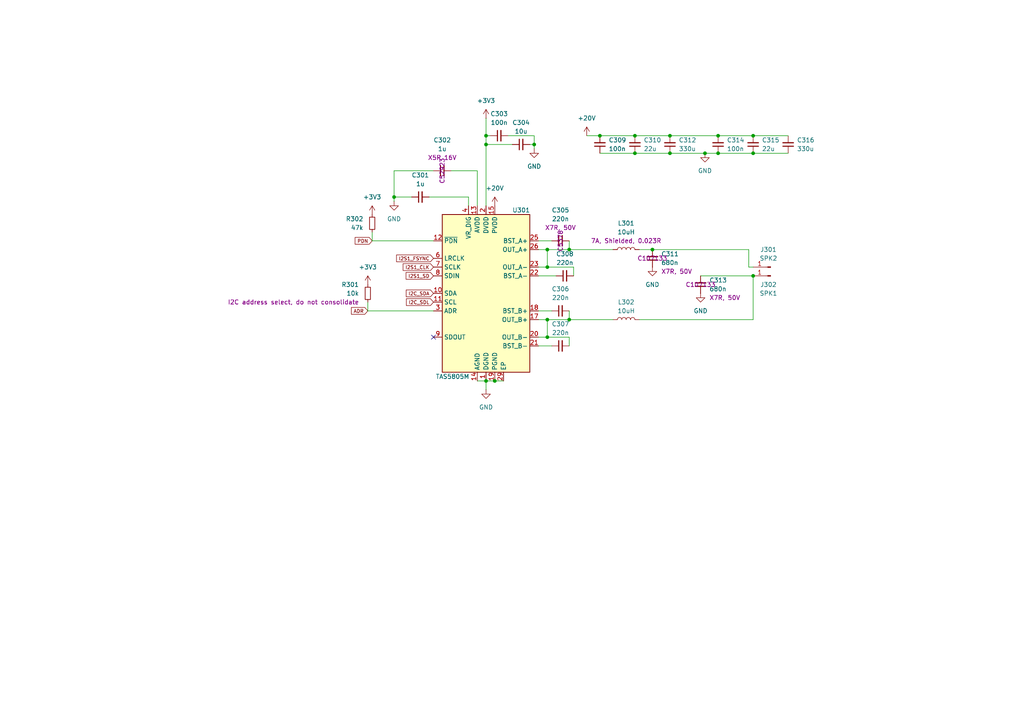
<source format=kicad_sch>
(kicad_sch (version 20231120) (generator "eeschema") (generator_version "8.0")
  (paper "A4")
  (lib_symbols
    (symbol "Amplifier_Audio:TAS5805M"
      (property "Reference" "U" (at -11.43 24.13 0))
      (property "Value" "TAS5805M" (at 13.97 24.13 0))
      (symbol "TAS5805M_0_1"
        (rectangle (start -12.7 22.86) (end 12.7 -22.86) (stroke (width 0.254)) (fill (type background)))
      )
      (symbol "TAS5805M_1_0"
        (pin passive line (at 15.24 5.08 180) (length 2.54) (name "BST_A-") (number "22"))
        (pin output line (at 15.24 7.62 180) (length 2.54) (name "OUT_A-") (number "23"))
        (pin output line (at 15.24 15.24 180) (length 2.54) (name "BST_A+") (number "25"))
        (pin output line (at -15.24 -12.7 0) (length 2.54) (name "SDOUT") (number "9"))
      )
      (symbol "TAS5805M_1_1"
        (pin power_in line (at 0 -25.4 90) (length 2.54) (name "DGND") (number "1"))
        (pin bidirectional line (at -15.24 0 0) (length 2.54) (name "SDA") (number "10"))
        (pin input line (at -15.24 -2.54 0) (length 2.54) (name "SCL") (number "11"))
        (pin input line (at -15.24 15.24 0) (length 2.54) (name "~{PDN}") (number "12"))
        (pin power_in line (at -2.54 25.4 270) (length 2.54) (name "AVDD") (number "13"))
        (pin power_in line (at -2.54 -25.4 90) (length 2.54) (name "AGND") (number "14"))
        (pin power_in line (at 2.54 25.4 270) (length 2.54) (name "PVDD") (number "15"))
        (pin passive line (at 2.54 25.4 270) (length 2.54) hide (name "PVDD") (number "16"))
        (pin output line (at 15.24 -7.62 180) (length 2.54) (name "OUT_B+") (number "17"))
        (pin output line (at 15.24 -5.08 180) (length 2.54) (name "BST_B+") (number "18"))
        (pin power_in line (at 2.54 -25.4 90) (length 2.54) (name "PGND") (number "19"))
        (pin power_in line (at 0 25.4 270) (length 2.54) (name "DVDD") (number "2"))
        (pin output line (at 15.24 -12.7 180) (length 2.54) (name "OUT_B-") (number "20"))
        (pin passive line (at 15.24 -15.24 180) (length 2.54) (name "BST_B-") (number "21"))
        (pin passive line (at 2.54 -25.4 90) (length 2.54) hide (name "PGND") (number "24"))
        (pin output line (at 15.24 12.7 180) (length 2.54) (name "OUT_A+") (number "26"))
        (pin passive line (at 2.54 25.4 270) (length 2.54) hide (name "PVDD") (number "27"))
        (pin passive line (at 2.54 25.4 270) (length 2.54) hide (name "PVDD") (number "28"))
        (pin passive line (at 5.08 -25.4 90) (length 2.54) (name "EP") (number "29"))
        (pin passive line (at -15.24 -5.08 0) (length 2.54) (name "ADR") (number "3"))
        (pin passive line (at -5.08 25.4 270) (length 2.54) (name "VR_DIG") (number "4"))
        (pin passive line (at 0 -25.4 90) (length 2.54) hide (name "DGND") (number "5"))
        (pin input line (at -15.24 10.16 0) (length 2.54) (name "LRCLK") (number "6"))
        (pin input line (at -15.24 7.62 0) (length 2.54) (name "SCLK") (number "7"))
        (pin input line (at -15.24 5.08 0) (length 2.54) (name "SDIN") (number "8"))
      )
    )
    (symbol "Connector:Conn_01x01_Pin" (pin_names (offset 1.016) hide)
      (property "Reference" "J" (at 0 2.54 0))
      (property "Value" "Conn_01x01_Pin" (at 0 -2.54 0))
      (symbol "Conn_01x01_Pin_1_1"
        (polyline (pts (xy 1.27 0) (xy 0.8636 0)) (stroke (width 0.1524)))
        (rectangle (start 0.8636 0.127) (end 0 -0.127) (stroke (width 0.1524)) (fill (type outline)))
        (pin passive line (at 5.08 0 180) (length 3.81) (name "Pin_1") (number "1"))
      )
    )
    (symbol "Device:C_Small" (pin_numbers hide) (pin_names (offset 0.254) hide)
      (property "Reference" "C" (at 0.254 1.778 0))
      (property "Value" "C_Small" (at 0.254 -2.032 0))
      (symbol "C_Small_0_1"
        (polyline (pts (xy -1.524 -0.508) (xy 1.524 -0.508)) (stroke (width 0.3302)))
        (polyline (pts (xy -1.524 0.508) (xy 1.524 0.508)) (stroke (width 0.3048)))
      )
      (symbol "C_Small_1_1"
        (pin passive line (at 0 2.54 270) (length 2.032) (name "~") (number "1"))
        (pin passive line (at 0 -2.54 90) (length 2.032) (name "~") (number "2"))
      )
    )
    (symbol "Device:L" (pin_numbers hide) (pin_names (offset 1.016) hide)
      (property "Reference" "L" (at -1.27 0 90))
      (property "Value" "L" (at 1.905 0 90))
      (symbol "L_0_1"
        (arc (start 0 -2.54) (mid 0.6323 -1.905) (end 0 -1.27))
        (arc (start 0 -1.27) (mid 0.6323 -0.635) (end 0 0))
        (arc (start 0 0) (mid 0.6323 0.635) (end 0 1.27))
        (arc (start 0 1.27) (mid 0.6323 1.905) (end 0 2.54))
      )
      (symbol "L_1_1"
        (pin passive line (at 0 3.81 270) (length 1.27) (name "1") (number "1"))
        (pin passive line (at 0 -3.81 90) (length 1.27) (name "2") (number "2"))
      )
    )
    (symbol "Device:R_Small" (pin_numbers hide) (pin_names (offset 0.254) hide)
      (property "Reference" "R" (at 0.762 0.508 0))
      (property "Value" "R_Small" (at 0.762 -1.016 0))
      (symbol "R_Small_0_1"
        (rectangle (start -0.762 1.778) (end 0.762 -1.778) (stroke (width 0.2032)))
      )
      (symbol "R_Small_1_1"
        (pin passive line (at 0 2.54 270) (length 0.762) (name "~") (number "1"))
        (pin passive line (at 0 -2.54 90) (length 0.762) (name "~") (number "2"))
      )
    )
    (symbol "power:+3V3" (power) (pin_numbers hide) (pin_names (offset 0) hide)
      (property "Value" "+3V3" (at 0 3.556 0))
      (symbol "+3V3_0_1"
        (polyline (pts (xy -0.762 1.27) (xy 0 2.54)))
        (polyline (pts (xy 0 0) (xy 0 2.54)))
        (polyline (pts (xy 0 2.54) (xy 0.762 1.27)))
      )
      (symbol "+3V3_1_1"
        (pin power_in line (at 0 0 90) (length 0) (name "~") (number "1"))
      )
    )
    (symbol "power:+5V" (power) (pin_numbers hide) (pin_names (offset 0) hide)
      (property "Value" "+5V" (at 0 3.556 0))
      (symbol "+5V_0_1"
        (polyline (pts (xy -0.762 1.27) (xy 0 2.54)))
        (polyline (pts (xy 0 0) (xy 0 2.54)))
        (polyline (pts (xy 0 2.54) (xy 0.762 1.27)))
      )
      (symbol "+5V_1_1"
        (pin power_in line (at 0 0 90) (length 0) (name "~") (number "1"))
      )
    )
    (symbol "power:GND" (power) (pin_numbers hide) (pin_names (offset 0) hide)
      (property "Value" "GND" (at 0 -3.81 0))
      (symbol "GND_0_1"
        (polyline (pts (xy 0 0) (xy 0 -1.27) (xy 1.27 -1.27) (xy 0 -2.54) (xy -1.27 -1.27) (xy 0 -1.27)))
      )
      (symbol "GND_1_1"
        (pin power_in line (at 0 0 270) (length 0) (name "~") (number "1"))
      )
    )
  )
  (junction (at 208.28 44.45))
  (junction (at 143.51 110.49))
  (junction (at 140.97 39.37))
  (junction (at 218.44 44.45))
  (junction (at 194.31 44.45))
  (junction (at 173.99 39.37))
  (junction (at 184.15 44.45))
  (junction (at 218.44 80.01))
  (junction (at 158.75 72.39))
  (junction (at 184.15 39.37))
  (junction (at 154.94 41.91))
  (junction (at 165.1 72.39))
  (junction (at 208.28 39.37))
  (junction (at 189.23 72.39))
  (junction (at 140.97 110.49))
  (junction (at 165.1 92.71))
  (junction (at 114.3 57.15))
  (junction (at 158.75 92.71))
  (junction (at 194.31 39.37))
  (junction (at 218.44 39.37))
  (junction (at 204.47 44.45))
  (junction (at 140.97 41.91))
  (junction (at 158.75 77.47))
  (junction (at 158.75 97.79))
  (no_connect (at 125.73 97.79))
  (wire (pts (xy 119.38 57.15) (xy 114.3 57.15)))
  (wire (pts (xy 143.51 110.49) (xy 146.05 110.49)))
  (wire (pts (xy 106.68 90.17) (xy 125.73 90.17)))
  (wire (pts (xy 165.1 72.39) (xy 177.8 72.39)))
  (wire (pts (xy 125.73 49.53) (xy 114.3 49.53)))
  (wire (pts (xy 140.97 39.37) (xy 140.97 41.91)))
  (wire (pts (xy 170.18 39.37) (xy 173.99 39.37)))
  (wire (pts (xy 194.31 39.37) (xy 208.28 39.37)))
  (wire (pts (xy 194.31 44.45) (xy 204.47 44.45)))
  (wire (pts (xy 203.2 80.01) (xy 218.44 80.01)))
  (wire (pts (xy 158.75 77.47) (xy 156.21 77.47)))
  (wire (pts (xy 135.89 57.15) (xy 135.89 59.69)))
  (wire (pts (xy 218.44 39.37) (xy 228.6 39.37)))
  (wire (pts (xy 184.15 44.45) (xy 194.31 44.45)))
  (wire (pts (xy 138.43 49.53) (xy 138.43 59.69)))
  (wire (pts (xy 217.17 77.47) (xy 218.44 77.47)))
  (wire (pts (xy 166.37 77.47) (xy 158.75 77.47)))
  (wire (pts (xy 135.89 57.15) (xy 124.46 57.15)))
  (wire (pts (xy 217.17 77.47) (xy 217.17 72.39)))
  (wire (pts (xy 156.21 80.01) (xy 161.29 80.01)))
  (wire (pts (xy 165.1 69.85) (xy 165.1 72.39)))
  (wire (pts (xy 114.3 57.15) (xy 114.3 58.42)))
  (wire (pts (xy 147.32 39.37) (xy 154.94 39.37)))
  (wire (pts (xy 158.75 92.71) (xy 158.75 97.79)))
  (wire (pts (xy 165.1 97.79) (xy 158.75 97.79)))
  (wire (pts (xy 114.3 49.53) (xy 114.3 57.15)))
  (wire (pts (xy 107.95 69.85) (xy 125.73 69.85)))
  (wire (pts (xy 106.68 87.63) (xy 106.68 90.17)))
  (wire (pts (xy 204.47 44.45) (xy 208.28 44.45)))
  (wire (pts (xy 153.67 41.91) (xy 154.94 41.91)))
  (wire (pts (xy 166.37 80.01) (xy 166.37 77.47)))
  (wire (pts (xy 156.21 90.17) (xy 160.02 90.17)))
  (wire (pts (xy 208.28 44.45) (xy 218.44 44.45)))
  (wire (pts (xy 156.21 100.33) (xy 160.02 100.33)))
  (wire (pts (xy 184.15 39.37) (xy 194.31 39.37)))
  (wire (pts (xy 173.99 44.45) (xy 184.15 44.45)))
  (wire (pts (xy 130.81 49.53) (xy 138.43 49.53)))
  (wire (pts (xy 165.1 92.71) (xy 158.75 92.71)))
  (wire (pts (xy 156.21 72.39) (xy 158.75 72.39)))
  (wire (pts (xy 185.42 72.39) (xy 189.23 72.39)))
  (wire (pts (xy 173.99 39.37) (xy 184.15 39.37)))
  (wire (pts (xy 140.97 41.91) (xy 148.59 41.91)))
  (wire (pts (xy 208.28 39.37) (xy 218.44 39.37)))
  (wire (pts (xy 140.97 110.49) (xy 143.51 110.49)))
  (wire (pts (xy 218.44 80.01) (xy 218.44 92.71)))
  (wire (pts (xy 158.75 72.39) (xy 158.75 77.47)))
  (wire (pts (xy 107.95 67.31) (xy 107.95 69.85)))
  (wire (pts (xy 140.97 41.91) (xy 140.97 59.69)))
  (wire (pts (xy 140.97 39.37) (xy 142.24 39.37)))
  (wire (pts (xy 165.1 92.71) (xy 177.8 92.71)))
  (wire (pts (xy 156.21 69.85) (xy 160.02 69.85)))
  (wire (pts (xy 140.97 110.49) (xy 140.97 113.03)))
  (wire (pts (xy 218.44 44.45) (xy 228.6 44.45)))
  (wire (pts (xy 156.21 92.71) (xy 158.75 92.71)))
  (wire (pts (xy 165.1 72.39) (xy 158.75 72.39)))
  (wire (pts (xy 217.17 72.39) (xy 189.23 72.39)))
  (wire (pts (xy 140.97 34.29) (xy 140.97 39.37)))
  (wire (pts (xy 165.1 100.33) (xy 165.1 97.79)))
  (wire (pts (xy 154.94 39.37) (xy 154.94 41.91)))
  (wire (pts (xy 165.1 90.17) (xy 165.1 92.71)))
  (wire (pts (xy 158.75 97.79) (xy 156.21 97.79)))
  (wire (pts (xy 185.42 92.71) (xy 218.44 92.71)))
  (wire (pts (xy 138.43 110.49) (xy 140.97 110.49)))
  (wire (pts (xy 154.94 41.91) (xy 154.94 43.18)))
  (global_label "PDN" (shape input) (at 107.95 69.85 180) (effects (font (size 1 1))) (property "Intersheetrefs" "${INTERSHEET_REFS}" (effects (hide yes))))
  (global_label "I2C_SDL" (shape input) (at 125.73 87.63 180) (effects (font (size 1 1))) (property "Intersheetrefs" "${INTERSHEET_REFS}" (effects (hide yes))))
  (global_label "I2S1_SD" (shape input) (at 125.73 80.01 180) (effects (font (size 1 1))) (property "Intersheetrefs" "${INTERSHEET_REFS}" (effects (hide yes))))
  (global_label "I2S1_CLK" (shape input) (at 125.73 77.47 180) (effects (font (size 1 1))) (property "Intersheetrefs" "${INTERSHEET_REFS}" (effects (hide yes))))
  (global_label "I2S1_FSYNC" (shape input) (at 125.73 74.93 180) (effects (font (size 1 1))) (property "Intersheetrefs" "${INTERSHEET_REFS}" (effects (hide yes))))
  (global_label "ADR" (shape input) (at 106.68 90.17 180) (effects (font (size 1 1))) (property "Intersheetrefs" "${INTERSHEET_REFS}" (effects (hide yes))))
  (global_label "I2C_SDA" (shape input) (at 125.73 85.09 180) (effects (font (size 1 1))) (property "Intersheetrefs" "${INTERSHEET_REFS}" (effects (hide yes))))
  (symbol (lib_id "Device:C_Small") (at 162.56 69.85 90) (unit 1) (on_board no)
    (property "Reference" "C305" (at 162.5663 60.96 90))
    (property "Value" "220n" (at 162.5663 63.5 90))
    (property "Footprint" "Capacitor_SMD:C_0805_2012Metric" (effects (hide yes)))
    (property "Description" "Unpolarized capacitor, small symbol" (effects (hide yes)))
    (property "LCSC" "C5378" (at 162.56 69.85 0))
    (property "Notes" "X7R, 50V" (at 162.5663 66.04 90))
  )
  (symbol (lib_id "power:+3V3") (at 140.97 34.29 0) (unit 1) (on_board no)
    (property "Reference" "#PWR0304" (effects (hide yes)))
    (property "Value" "+3V3" (at 140.97 29.21 0))
    (property "Description" "Power symbol creates a global label with name \"+3V3\"" (effects (hide yes)))
  )
  (symbol (lib_id "Device:R_Small") (at 107.95 64.77 0) (unit 1) (on_board no)
    (property "Reference" "R302" (at 105.41 63.4999 0) (effects (justify right)))
    (property "Value" "47k" (at 105.41 66.0399 0) (effects (justify right)))
    (property "Description" "Resistor, small symbol" (effects (hide yes)))
  )
  (symbol (lib_id "Device:C_Small") (at 208.28 41.91 180) (unit 1) (on_board no)
    (property "Reference" "C314" (at 210.82 40.6335 0) (effects (justify right)))
    (property "Value" "100n" (at 210.82 43.1735 0) (effects (justify right)))
    (property "Footprint" "Capacitor_SMD:C_0402_1005Metric" (effects (hide yes)))
    (property "Description" "Unpolarized capacitor, small symbol" (effects (hide yes)))
    (property "LCSC" "C307331" (effects (hide yes)))
  )
  (symbol (lib_id "power:GND") (at 203.2 85.09 0) (unit 1) (on_board no)
    (property "Reference" "#PWR0310" (effects (hide yes)))
    (property "Value" "GND" (at 203.2 90.17 0))
    (property "Description" "Power symbol creates a global label with name \"GND\" , ground" (effects (hide yes)))
  )
  (symbol (lib_id "Amplifier_Audio:TAS5805M") (at 140.97 85.09 0) (unit 1) (on_board no)
    (property "Reference" "U301" (at 148.59 60.96 0) (effects (justify left)))
    (property "Value" "TAS5805M" (at 126.365 109.22 0) (effects (justify left)))
    (property "Footprint" "Package_SO:TSSOP-28-1EP_4.4x9.7mm_P0.65mm_EP3.4x9.7mm_Mask3.1x4.05mm" (effects (hide yes)))
    (property "Datasheet" "www.ti.com/lit/ds/symlink/tas5805m.pdf" (effects (hide yes)))
    (property "Description" "23-W Stereo, Inductor-Less, Digital Input, Closed-Loop Class-D Audio Amplifier, TSSOP-28" (effects (hide yes)))
  )
  (symbol (lib_id "Device:C_Small") (at 144.78 39.37 90) (unit 1) (on_board no)
    (property "Reference" "C303" (at 144.7863 33.02 90))
    (property "Value" "100n" (at 144.7863 35.56 90))
    (property "Footprint" "Capacitor_SMD:C_0402_1005Metric" (effects (hide yes)))
    (property "Description" "Unpolarized capacitor, small symbol" (effects (hide yes)))
    (property "LCSC" "C307331" (effects (hide yes)))
  )
  (symbol (lib_id "Device:C_Small") (at 228.6 41.91 180) (unit 1) (on_board no)
    (property "Reference" "C316" (at 231.14 40.6335 0) (effects (justify right)))
    (property "Value" "330u" (at 231.14 43.1735 0) (effects (justify right)))
    (property "Footprint" "Capacitor_SMD:CP_Elec_10x10.5" (effects (hide yes)))
    (property "Description" "Unpolarized capacitor, small symbol" (effects (hide yes)))
    (property "LCSC" "C88796" (effects (hide yes)))
    (property "Notes" "35V" (effects (hide yes)))
  )
  (symbol (lib_id "Device:C_Small") (at 162.56 90.17 90) (unit 1) (on_board no)
    (property "Reference" "C306" (at 162.5663 83.82 90))
    (property "Value" "220n" (at 162.5663 86.36 90))
    (property "Footprint" "Capacitor_SMD:C_0805_2012Metric" (effects (hide yes)))
    (property "Description" "Unpolarized capacitor, small symbol" (effects (hide yes)))
    (property "LCSC" "C5378" (effects (hide yes)))
  )
  (symbol (lib_id "Device:C_Small") (at 162.56 100.33 90) (unit 1) (on_board no)
    (property "Reference" "C307" (at 162.5663 93.98 90))
    (property "Value" "220n" (at 162.5663 96.52 90))
    (property "Footprint" "Capacitor_SMD:C_0805_2012Metric" (effects (hide yes)))
    (property "Description" "Unpolarized capacitor, small symbol" (effects (hide yes)))
    (property "LCSC" "C5378" (effects (hide yes)))
  )
  (symbol (lib_id "Device:C_Small") (at 203.2 82.55 180) (unit 1) (on_board no)
    (property "Reference" "C313" (at 205.74 81.28 0) (effects (justify right)))
    (property "Value" "680n" (at 205.74 83.82 0) (effects (justify right)))
    (property "Footprint" "Capacitor_SMD:C_0805_2012Metric" (effects (hide yes)))
    (property "Description" "Unpolarized capacitor, small symbol" (effects (hide yes)))
    (property "LCSC" "C107133" (at 203.2 82.55 0))
    (property "Notes" "X7R, 50V" (at 205.74 86.36 0) (effects (justify right)))
  )
  (symbol (lib_id "Device:C_Small") (at 189.23 74.93 180) (unit 1) (on_board no)
    (property "Reference" "C311" (at 191.77 73.66 0) (effects (justify right)))
    (property "Value" "680n" (at 191.77 76.2 0) (effects (justify right)))
    (property "Footprint" "Capacitor_SMD:C_0805_2012Metric" (effects (hide yes)))
    (property "Description" "Unpolarized capacitor, small symbol" (effects (hide yes)))
    (property "LCSC" "C107133" (at 189.23 74.93 0))
    (property "Notes" "X7R, 50V" (at 191.77 78.74 0) (effects (justify right)))
  )
  (symbol (lib_id "power:GND") (at 154.94 43.18 0) (unit 1) (on_board no)
    (property "Reference" "#PWR0307" (effects (hide yes)))
    (property "Value" "GND" (at 154.94 48.26 0))
    (property "Description" "Power symbol creates a global label with name \"GND\" , ground" (effects (hide yes)))
  )
  (symbol (lib_id "Device:C_Small") (at 151.13 41.91 90) (unit 1) (on_board no)
    (property "Reference" "C304" (at 151.1363 35.56 90))
    (property "Value" "10u" (at 151.1363 38.1 90))
    (property "Footprint" "Capacitor_SMD:C_0603_1608Metric" (effects (hide yes)))
    (property "Description" "Unpolarized capacitor, small symbol" (effects (hide yes)))
    (property "LCSC" "C96446" (effects (hide yes)))
  )
  (symbol (lib_id "Device:C_Small") (at 218.44 41.91 180) (unit 1) (on_board no)
    (property "Reference" "C315" (at 220.98 40.6335 0) (effects (justify right)))
    (property "Value" "22u" (at 220.98 43.1735 0) (effects (justify right)))
    (property "Footprint" "Capacitor_SMD:C_0805_2012Metric" (effects (hide yes)))
    (property "Description" "Unpolarized capacitor, small symbol" (effects (hide yes)))
    (property "LCSC" "C3882769" (effects (hide yes)))
    (property "Notes" "JB" (effects (hide yes)))
  )
  (symbol (lib_id "power:GND") (at 204.47 44.45 0) (unit 1) (on_board no)
    (property "Reference" "#PWR0311" (effects (hide yes)))
    (property "Value" "GND" (at 204.47 49.53 0))
    (property "Description" "Power symbol creates a global label with name \"GND\" , ground" (effects (hide yes)))
  )
  (symbol (lib_id "Device:C_Small") (at 194.31 41.91 180) (unit 1) (on_board no)
    (property "Reference" "C312" (at 196.85 40.6335 0) (effects (justify right)))
    (property "Value" "330u" (at 196.85 43.1735 0) (effects (justify right)))
    (property "Footprint" "Capacitor_SMD:CP_Elec_10x10.5" (effects (hide yes)))
    (property "Description" "Unpolarized capacitor, small symbol" (effects (hide yes)))
    (property "LCSC" "C88796" (effects (hide yes)))
    (property "Notes" "35V" (effects (hide yes)))
  )
  (symbol (lib_id "power:+3V3") (at 106.68 82.55 0) (unit 1) (on_board no)
    (property "Reference" "#PWR0301" (effects (hide yes)))
    (property "Value" "+3V3" (at 106.68 77.47 0))
    (property "Description" "Power symbol creates a global label with name \"+3V3\"" (effects (hide yes)))
  )
  (symbol (lib_id "power:+3V3") (at 107.95 62.23 0) (unit 1) (on_board no)
    (property "Reference" "#PWR0302" (effects (hide yes)))
    (property "Value" "+3V3" (at 107.95 57.15 0))
    (property "Description" "Power symbol creates a global label with name \"+3V3\"" (effects (hide yes)))
  )
  (symbol (lib_id "Device:L") (at 181.61 72.39 90) (unit 1) (on_board no)
    (property "Reference" "L301" (at 181.61 64.77 90))
    (property "Value" "10uH" (at 181.61 67.31 90))
    (property "Description" "Inductor" (effects (hide yes)))
    (property "Notes" "7A, Shielded, 0.023R" (at 181.61 69.85 90))
  )
  (symbol (lib_id "power:GND") (at 140.97 113.03 0) (unit 1) (on_board no)
    (property "Reference" "#PWR0305" (effects (hide yes)))
    (property "Value" "GND" (at 140.97 118.11 0))
    (property "Description" "Power symbol creates a global label with name \"GND\" , ground" (effects (hide yes)))
  )
  (symbol (lib_id "Connector:Conn_01x01_Pin") (at 223.52 80.01 180) (unit 1) (on_board no)
    (property "Reference" "J302" (at 222.885 82.55 0))
    (property "Value" "SPK1" (at 222.885 85.09 0))
    (property "Footprint" "alexa:SF2212" (effects (hide yes)))
    (property "Description" "Generic connector, single row, 01x01, script generated" (effects (hide yes)))
    (property "LCSC" "C3095360" (effects (hide yes)))
  )
  (symbol (lib_id "Device:C_Small") (at 173.99 41.91 180) (unit 1) (on_board no)
    (property "Reference" "C309" (at 176.53 40.6335 0) (effects (justify right)))
    (property "Value" "100n" (at 176.53 43.1735 0) (effects (justify right)))
    (property "Footprint" "Capacitor_SMD:C_0402_1005Metric" (effects (hide yes)))
    (property "Description" "Unpolarized capacitor, small symbol" (effects (hide yes)))
    (property "LCSC" "C307331" (effects (hide yes)))
  )
  (symbol (lib_id "power:+5V") (at 170.18 39.37 0) (unit 1) (on_board no)
    (property "Reference" "#PWR0308" (effects (hide yes)))
    (property "Value" "+20V" (at 170.18 34.29 0))
    (property "Description" "Power symbol creates a global label with name \"+5V\"" (effects (hide yes)))
  )
  (symbol (lib_id "Connector:Conn_01x01_Pin") (at 223.52 77.47 180) (unit 1) (on_board no)
    (property "Reference" "J301" (at 222.885 72.39 0))
    (property "Value" "SPK2" (at 222.885 74.93 0))
    (property "Footprint" "alexa:SF2212" (effects (hide yes)))
    (property "Description" "Generic connector, single row, 01x01, script generated" (effects (hide yes)))
    (property "LCSC" "C3095360" (effects (hide yes)))
  )
  (symbol (lib_id "Device:C_Small") (at 184.15 41.91 180) (unit 1) (on_board no)
    (property "Reference" "C310" (at 186.69 40.6335 0) (effects (justify right)))
    (property "Value" "22u" (at 186.69 43.1735 0) (effects (justify right)))
    (property "Footprint" "Capacitor_SMD:C_0805_2012Metric" (effects (hide yes)))
    (property "Description" "Unpolarized capacitor, small symbol" (effects (hide yes)))
    (property "LCSC" "C3882769" (effects (hide yes)))
    (property "Notes" "JB" (effects (hide yes)))
  )
  (symbol (lib_id "power:GND") (at 189.23 77.47 0) (unit 1) (on_board no)
    (property "Reference" "#PWR0309" (effects (hide yes)))
    (property "Value" "GND" (at 189.23 82.55 0))
    (property "Description" "Power symbol creates a global label with name \"GND\" , ground" (effects (hide yes)))
  )
  (symbol (lib_id "Device:C_Small") (at 163.83 80.01 90) (unit 1) (on_board no)
    (property "Reference" "C308" (at 163.8363 73.66 90))
    (property "Value" "220n" (at 163.8363 76.2 90))
    (property "Footprint" "Capacitor_SMD:C_0805_2012Metric" (effects (hide yes)))
    (property "Description" "Unpolarized capacitor, small symbol" (effects (hide yes)))
    (property "LCSC" "C5378" (effects (hide yes)))
  )
  (symbol (lib_id "Device:R_Small") (at 106.68 85.09 0) (unit 1) (on_board no)
    (property "Reference" "R301" (at 104.14 82.5499 0) (effects (justify right)))
    (property "Value" "10k" (at 104.14 85.0899 0) (effects (justify right)))
    (property "Description" "Resistor, small symbol" (effects (hide yes)))
    (property "Notes" "I2C address select, do not consolidate" (at 104.14 87.6299 0) (effects (justify right)))
  )
  (symbol (lib_id "power:GND") (at 114.3 58.42 0) (unit 1) (on_board no)
    (property "Reference" "#PWR0303" (effects (hide yes)))
    (property "Value" "GND" (at 114.3 63.5 0))
    (property "Description" "Power symbol creates a global label with name \"GND\" , ground" (effects (hide yes)))
  )
  (symbol (lib_id "Device:C_Small") (at 128.27 49.53 90) (unit 1) (on_board no)
    (property "Reference" "C302" (at 128.2763 40.64 90))
    (property "Value" "1u" (at 128.2763 43.18 90))
    (property "Footprint" "Capacitor_SMD:C_0402_1005Metric" (effects (hide yes)))
    (property "Description" "Unpolarized capacitor, small symbol" (effects (hide yes)))
    (property "LCSC" "C52923" (at 128.27 49.53 0))
    (property "Notes" "X5R 16V" (at 128.2763 45.72 90))
  )
  (symbol (lib_id "Device:L") (at 181.61 92.71 90) (unit 1) (on_board no)
    (property "Reference" "L302" (at 181.61 87.63 90))
    (property "Value" "10uH" (at 181.61 90.17 90))
    (property "Description" "Inductor" (effects (hide yes)))
    (property "Notes" "7A, Shielded, 0.023R" (effects (hide yes)))
  )
  (symbol (lib_id "Device:C_Small") (at 121.92 57.15 90) (unit 1) (on_board no)
    (property "Reference" "C301" (at 121.9263 50.8 90))
    (property "Value" "1u" (at 121.9263 53.34 90))
    (property "Footprint" "Capacitor_SMD:C_0402_1005Metric" (effects (hide yes)))
    (property "Description" "Unpolarized capacitor, small symbol" (effects (hide yes)))
    (property "LCSC" "C52923" (effects (hide yes)))
  )
  (symbol (lib_id "power:+5V") (at 143.51 59.69 0) (unit 1) (on_board no)
    (property "Reference" "#PWR0306" (effects (hide yes)))
    (property "Value" "+20V" (at 143.51 54.61 0))
    (property "Description" "Power symbol creates a global label with name \"+5V\"" (effects (hide yes)))
  )
)
</source>
